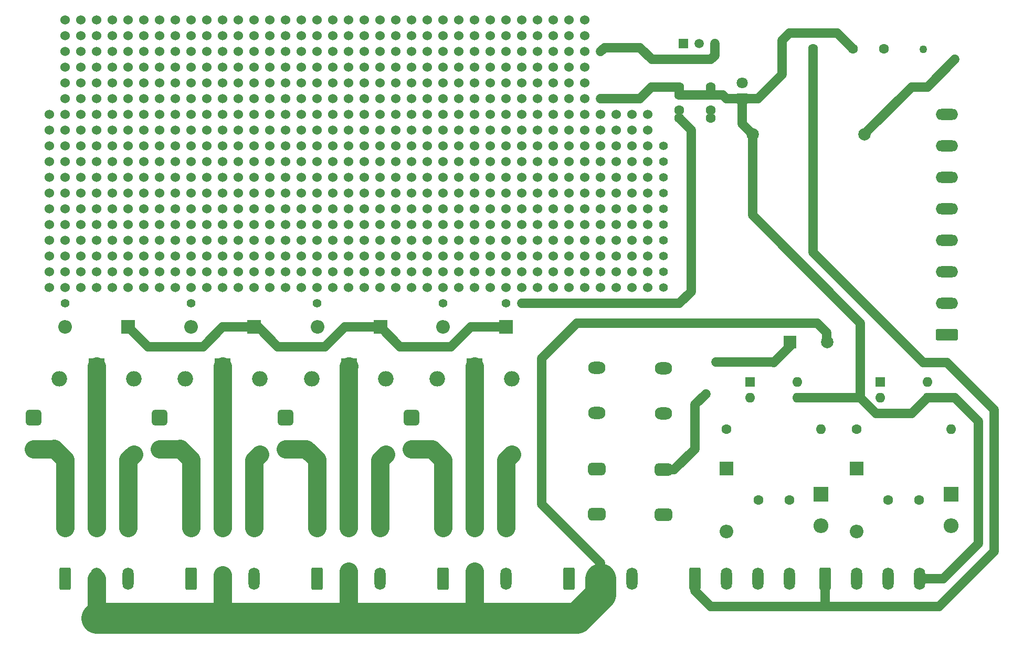
<source format=gtl>
G04 #@! TF.GenerationSoftware,KiCad,Pcbnew,9.0.2-9.0.2-0~ubuntu24.04.1*
G04 #@! TF.CreationDate,2025-08-24T21:10:56+02:00*
G04 #@! TF.ProjectId,unister,756e6973-7465-4722-9e6b-696361645f70,rev?*
G04 #@! TF.SameCoordinates,Original*
G04 #@! TF.FileFunction,Copper,L1,Top*
G04 #@! TF.FilePolarity,Positive*
%FSLAX46Y46*%
G04 Gerber Fmt 4.6, Leading zero omitted, Abs format (unit mm)*
G04 Created by KiCad (PCBNEW 9.0.2-9.0.2-0~ubuntu24.04.1) date 2025-08-24 21:10:56*
%MOMM*%
%LPD*%
G01*
G04 APERTURE LIST*
G04 Aperture macros list*
%AMRoundRect*
0 Rectangle with rounded corners*
0 $1 Rounding radius*
0 $2 $3 $4 $5 $6 $7 $8 $9 X,Y pos of 4 corners*
0 Add a 4 corners polygon primitive as box body*
4,1,4,$2,$3,$4,$5,$6,$7,$8,$9,$2,$3,0*
0 Add four circle primitives for the rounded corners*
1,1,$1+$1,$2,$3*
1,1,$1+$1,$4,$5*
1,1,$1+$1,$6,$7*
1,1,$1+$1,$8,$9*
0 Add four rect primitives between the rounded corners*
20,1,$1+$1,$2,$3,$4,$5,0*
20,1,$1+$1,$4,$5,$6,$7,0*
20,1,$1+$1,$6,$7,$8,$9,0*
20,1,$1+$1,$8,$9,$2,$3,0*%
G04 Aperture macros list end*
G04 #@! TA.AperFunction,ComponentPad*
%ADD10C,1.600000*%
G04 #@! TD*
G04 #@! TA.AperFunction,ComponentPad*
%ADD11O,1.600000X1.600000*%
G04 #@! TD*
G04 #@! TA.AperFunction,ComponentPad*
%ADD12C,1.524000*%
G04 #@! TD*
G04 #@! TA.AperFunction,ComponentPad*
%ADD13R,2.200000X2.200000*%
G04 #@! TD*
G04 #@! TA.AperFunction,ComponentPad*
%ADD14O,2.200000X2.200000*%
G04 #@! TD*
G04 #@! TA.AperFunction,ComponentPad*
%ADD15C,1.270000*%
G04 #@! TD*
G04 #@! TA.AperFunction,ComponentPad*
%ADD16C,1.400000*%
G04 #@! TD*
G04 #@! TA.AperFunction,ComponentPad*
%ADD17RoundRect,0.250000X1.550000X-0.650000X1.550000X0.650000X-1.550000X0.650000X-1.550000X-0.650000X0*%
G04 #@! TD*
G04 #@! TA.AperFunction,ComponentPad*
%ADD18O,3.600000X1.800000*%
G04 #@! TD*
G04 #@! TA.AperFunction,ComponentPad*
%ADD19RoundRect,0.250000X-0.650000X-1.550000X0.650000X-1.550000X0.650000X1.550000X-0.650000X1.550000X0*%
G04 #@! TD*
G04 #@! TA.AperFunction,ComponentPad*
%ADD20O,1.800000X3.600000*%
G04 #@! TD*
G04 #@! TA.AperFunction,ComponentPad*
%ADD21R,1.500000X1.500000*%
G04 #@! TD*
G04 #@! TA.AperFunction,ComponentPad*
%ADD22C,1.500000*%
G04 #@! TD*
G04 #@! TA.AperFunction,ComponentPad*
%ADD23R,2.500000X2.500000*%
G04 #@! TD*
G04 #@! TA.AperFunction,ComponentPad*
%ADD24O,2.500000X2.500000*%
G04 #@! TD*
G04 #@! TA.AperFunction,ComponentPad*
%ADD25RoundRect,0.500000X0.900000X-0.500000X0.900000X0.500000X-0.900000X0.500000X-0.900000X-0.500000X0*%
G04 #@! TD*
G04 #@! TA.AperFunction,ComponentPad*
%ADD26O,2.800000X2.000000*%
G04 #@! TD*
G04 #@! TA.AperFunction,ComponentPad*
%ADD27R,2.400000X2.400000*%
G04 #@! TD*
G04 #@! TA.AperFunction,ComponentPad*
%ADD28O,2.400000X2.400000*%
G04 #@! TD*
G04 #@! TA.AperFunction,ComponentPad*
%ADD29R,1.800000X1.800000*%
G04 #@! TD*
G04 #@! TA.AperFunction,ComponentPad*
%ADD30C,1.800000*%
G04 #@! TD*
G04 #@! TA.AperFunction,ComponentPad*
%ADD31RoundRect,0.650000X-0.650000X0.650000X-0.650000X-0.650000X0.650000X-0.650000X0.650000X0.650000X0*%
G04 #@! TD*
G04 #@! TA.AperFunction,ComponentPad*
%ADD32C,2.600000*%
G04 #@! TD*
G04 #@! TA.AperFunction,ComponentPad*
%ADD33R,2.000000X2.000000*%
G04 #@! TD*
G04 #@! TA.AperFunction,ComponentPad*
%ADD34C,2.000000*%
G04 #@! TD*
G04 #@! TA.AperFunction,ComponentPad*
%ADD35R,1.600000X1.600000*%
G04 #@! TD*
G04 #@! TA.AperFunction,Conductor*
%ADD36C,1.500000*%
G04 #@! TD*
G04 #@! TA.AperFunction,Conductor*
%ADD37C,3.000000*%
G04 #@! TD*
G04 #@! TA.AperFunction,Conductor*
%ADD38C,5.000000*%
G04 #@! TD*
G04 APERTURE END LIST*
D10*
X198755000Y-111125000D03*
D11*
X213995000Y-111125000D03*
D12*
X68580000Y-65405000D03*
X68580000Y-60325000D03*
D13*
X198755000Y-117475000D03*
D14*
X198755000Y-127635000D03*
D15*
X174460000Y-105420000D03*
X176060000Y-100320000D03*
D16*
X167640000Y-78105000D03*
D12*
X68580000Y-62865000D03*
D13*
X81297500Y-94615000D03*
D14*
X71137500Y-94615000D03*
D13*
X177800000Y-117475000D03*
D14*
X177800000Y-127635000D03*
D12*
X68580000Y-67945000D03*
D17*
X213360000Y-95885000D03*
D18*
X213360000Y-90805000D03*
X213360000Y-85725000D03*
X213360000Y-80645000D03*
X213360000Y-75565000D03*
X213360000Y-70485000D03*
X213360000Y-65405000D03*
X213360000Y-60325000D03*
D19*
X152400000Y-135255000D03*
D20*
X157480000Y-135255000D03*
X162560000Y-135255000D03*
D16*
X111760000Y-90805000D03*
D21*
X170815000Y-48895000D03*
D22*
X173355000Y-48895000D03*
X175895000Y-48895000D03*
D10*
X187920000Y-122555000D03*
X182920000Y-122555000D03*
X208835000Y-122555000D03*
X203835000Y-122555000D03*
D12*
X68580000Y-73025000D03*
D16*
X167640000Y-83185000D03*
D23*
X96537500Y-100965000D03*
D24*
X90537500Y-102965000D03*
X90537500Y-115165000D03*
X102537500Y-115165000D03*
X102537500Y-102965000D03*
D25*
X167640000Y-124935000D03*
X167640000Y-117665000D03*
D26*
X167640000Y-108585000D03*
X167640000Y-101315000D03*
D19*
X132088750Y-126365000D03*
D20*
X137168750Y-126365000D03*
X142248750Y-126365000D03*
D16*
X157480000Y-57785000D03*
D19*
X132088750Y-135255000D03*
D20*
X137168750Y-135255000D03*
X142248750Y-135255000D03*
D10*
X203160000Y-49715000D03*
X198160000Y-49715000D03*
D12*
X68580000Y-75565000D03*
D16*
X157480000Y-50165000D03*
D13*
X121955000Y-94615000D03*
D14*
X111795000Y-94615000D03*
D16*
X167640000Y-85725000D03*
D27*
X193040000Y-121585000D03*
D28*
X193040000Y-126665000D03*
D12*
X68580000Y-85725000D03*
D16*
X167640000Y-73025000D03*
D12*
X68580000Y-88265000D03*
D23*
X116875000Y-100965000D03*
D24*
X110875000Y-102965000D03*
X110875000Y-115165000D03*
X122875000Y-115165000D03*
X122875000Y-102965000D03*
D23*
X76200000Y-100965000D03*
D24*
X70200000Y-102965000D03*
X70200000Y-115165000D03*
X82200000Y-115165000D03*
X82200000Y-102965000D03*
D23*
X137160000Y-100965000D03*
D24*
X131160000Y-102965000D03*
X131160000Y-115165000D03*
X143160000Y-115165000D03*
X143160000Y-102965000D03*
D12*
X68580000Y-78105000D03*
D16*
X71120000Y-90805000D03*
D25*
X156845000Y-124840000D03*
X156845000Y-117570000D03*
D26*
X156845000Y-108490000D03*
X156845000Y-101220000D03*
D16*
X167640000Y-80645000D03*
D29*
X180340000Y-57785000D03*
D30*
X180340000Y-55245000D03*
D19*
X91457500Y-126365000D03*
D20*
X96537500Y-126365000D03*
X101617500Y-126365000D03*
D31*
X127000000Y-109220000D03*
D32*
X127000000Y-114300000D03*
D16*
X167640000Y-70485000D03*
X142240000Y-90805000D03*
D19*
X111777500Y-126365000D03*
D20*
X116857500Y-126365000D03*
X121937500Y-126365000D03*
D12*
X68580000Y-83185000D03*
X157480000Y-62865000D03*
X160020000Y-62865000D03*
X162560000Y-62865000D03*
X165100000Y-62865000D03*
X157480000Y-65405000D03*
X160020000Y-65405000D03*
X162560000Y-65405000D03*
X165100000Y-65405000D03*
X157480000Y-67945000D03*
X160020000Y-67945000D03*
X162560000Y-67945000D03*
X165100000Y-67945000D03*
X157480000Y-70485000D03*
X160020000Y-70485000D03*
X162560000Y-70485000D03*
X165100000Y-70485000D03*
X157480000Y-73025000D03*
X160020000Y-73025000D03*
X162560000Y-73025000D03*
X165100000Y-73025000D03*
X157480000Y-75565000D03*
X160020000Y-75565000D03*
X162560000Y-75565000D03*
X165100000Y-75565000D03*
X157480000Y-78105000D03*
X160020000Y-78105000D03*
X162560000Y-78105000D03*
X165100000Y-78105000D03*
X157480000Y-80645000D03*
X160020000Y-80645000D03*
X162560000Y-80645000D03*
X165100000Y-80645000D03*
X157480000Y-83185000D03*
X160020000Y-83185000D03*
X71120000Y-45085000D03*
X162560000Y-83185000D03*
X73660000Y-45085000D03*
X165100000Y-83185000D03*
X76200000Y-45085000D03*
X157480000Y-85725000D03*
X78740000Y-45085000D03*
X160020000Y-85725000D03*
X81280000Y-45085000D03*
X162560000Y-85725000D03*
X83820000Y-45085000D03*
X165100000Y-85725000D03*
X86360000Y-45085000D03*
X157480000Y-88265000D03*
X88900000Y-45085000D03*
X160020000Y-88265000D03*
X91440000Y-45085000D03*
X162560000Y-88265000D03*
X93980000Y-45085000D03*
X165100000Y-88265000D03*
X96520000Y-45085000D03*
X99060000Y-45085000D03*
X101600000Y-45085000D03*
X104140000Y-45085000D03*
X106680000Y-45085000D03*
X109220000Y-45085000D03*
X111760000Y-45085000D03*
X114300000Y-45085000D03*
X116840000Y-45085000D03*
X119380000Y-45085000D03*
X121920000Y-45085000D03*
X124460000Y-45085000D03*
X127000000Y-45085000D03*
X129540000Y-45085000D03*
X132080000Y-45085000D03*
X134620000Y-45085000D03*
X137160000Y-45085000D03*
X139700000Y-45085000D03*
X142240000Y-45085000D03*
X144780000Y-45085000D03*
X147320000Y-45085000D03*
X149860000Y-45085000D03*
X152400000Y-45085000D03*
X154940000Y-45085000D03*
X71120000Y-47625000D03*
X73660000Y-47625000D03*
X76200000Y-47625000D03*
X78740000Y-47625000D03*
X81280000Y-47625000D03*
X83820000Y-47625000D03*
X86360000Y-47625000D03*
X88900000Y-47625000D03*
X91440000Y-47625000D03*
X93980000Y-47625000D03*
X96520000Y-47625000D03*
X99060000Y-47625000D03*
X101600000Y-47625000D03*
X104140000Y-47625000D03*
X106680000Y-47625000D03*
X109220000Y-47625000D03*
X111760000Y-47625000D03*
X114300000Y-47625000D03*
X116840000Y-47625000D03*
X119380000Y-47625000D03*
X121920000Y-47625000D03*
X124460000Y-47625000D03*
X127000000Y-47625000D03*
X129540000Y-47625000D03*
X132080000Y-47625000D03*
X134620000Y-47625000D03*
X137160000Y-47625000D03*
X139700000Y-47625000D03*
X142240000Y-47625000D03*
X144780000Y-47625000D03*
X147320000Y-47625000D03*
X149860000Y-47625000D03*
X152400000Y-47625000D03*
X154940000Y-47625000D03*
X71120000Y-50165000D03*
X73660000Y-50165000D03*
X76200000Y-50165000D03*
X78740000Y-50165000D03*
X81280000Y-50165000D03*
X83820000Y-50165000D03*
X86360000Y-50165000D03*
X88900000Y-50165000D03*
X91440000Y-50165000D03*
X93980000Y-50165000D03*
X96520000Y-50165000D03*
X99060000Y-50165000D03*
X101600000Y-50165000D03*
X104140000Y-50165000D03*
X106680000Y-50165000D03*
X109220000Y-50165000D03*
X111760000Y-50165000D03*
X114300000Y-50165000D03*
X116840000Y-50165000D03*
X119380000Y-50165000D03*
X121920000Y-50165000D03*
X124460000Y-50165000D03*
X127000000Y-50165000D03*
X129540000Y-50165000D03*
X132080000Y-50165000D03*
X134620000Y-50165000D03*
X137160000Y-50165000D03*
X139700000Y-50165000D03*
X142240000Y-50165000D03*
X144780000Y-50165000D03*
X147320000Y-50165000D03*
X149860000Y-50165000D03*
X152400000Y-50165000D03*
X154940000Y-50165000D03*
X71120000Y-52705000D03*
X73660000Y-52705000D03*
X76200000Y-52705000D03*
X78740000Y-52705000D03*
X81280000Y-52705000D03*
X83820000Y-52705000D03*
X86360000Y-52705000D03*
X88900000Y-52705000D03*
X91440000Y-52705000D03*
X93980000Y-52705000D03*
X96520000Y-52705000D03*
X99060000Y-52705000D03*
X101600000Y-52705000D03*
X104140000Y-52705000D03*
X106680000Y-52705000D03*
X109220000Y-52705000D03*
X111760000Y-52705000D03*
X114300000Y-52705000D03*
X116840000Y-52705000D03*
X119380000Y-52705000D03*
X121920000Y-52705000D03*
X124460000Y-52705000D03*
X127000000Y-52705000D03*
X129540000Y-52705000D03*
X132080000Y-52705000D03*
X134620000Y-52705000D03*
X137160000Y-52705000D03*
X139700000Y-52705000D03*
X142240000Y-52705000D03*
X144780000Y-52705000D03*
X147320000Y-52705000D03*
X149860000Y-52705000D03*
X152400000Y-52705000D03*
X154940000Y-52705000D03*
X71120000Y-55245000D03*
X73660000Y-55245000D03*
X76200000Y-55245000D03*
X78740000Y-55245000D03*
X81280000Y-55245000D03*
X83820000Y-55245000D03*
X86360000Y-55245000D03*
X88900000Y-55245000D03*
X91440000Y-55245000D03*
X93980000Y-55245000D03*
X96520000Y-55245000D03*
X99060000Y-55245000D03*
X101600000Y-55245000D03*
X104140000Y-55245000D03*
X106680000Y-55245000D03*
X109220000Y-55245000D03*
X111760000Y-55245000D03*
X114300000Y-55245000D03*
X116840000Y-55245000D03*
X119380000Y-55245000D03*
X121920000Y-55245000D03*
X124460000Y-55245000D03*
X127000000Y-55245000D03*
X129540000Y-55245000D03*
X132080000Y-55245000D03*
X134620000Y-55245000D03*
X137160000Y-55245000D03*
X139700000Y-55245000D03*
X142240000Y-55245000D03*
X144780000Y-55245000D03*
X147320000Y-55245000D03*
X149860000Y-55245000D03*
X152400000Y-55245000D03*
X154940000Y-55245000D03*
X71120000Y-57785000D03*
X73660000Y-57785000D03*
X76200000Y-57785000D03*
X78740000Y-57785000D03*
X81280000Y-57785000D03*
X83820000Y-57785000D03*
X86360000Y-57785000D03*
X88900000Y-57785000D03*
X91440000Y-57785000D03*
X93980000Y-57785000D03*
X96520000Y-57785000D03*
X99060000Y-57785000D03*
X101600000Y-57785000D03*
X104140000Y-57785000D03*
X106680000Y-57785000D03*
X109220000Y-57785000D03*
X111760000Y-57785000D03*
X114300000Y-57785000D03*
X116840000Y-57785000D03*
X119380000Y-57785000D03*
X121920000Y-57785000D03*
X124460000Y-57785000D03*
X127000000Y-57785000D03*
X129540000Y-57785000D03*
X132080000Y-57785000D03*
X134620000Y-57785000D03*
X137160000Y-57785000D03*
X139700000Y-57785000D03*
X142240000Y-57785000D03*
X144780000Y-57785000D03*
X147320000Y-57785000D03*
X149860000Y-57785000D03*
X152400000Y-57785000D03*
X154940000Y-57785000D03*
X71120000Y-60325000D03*
X73660000Y-60325000D03*
X76200000Y-60325000D03*
X78740000Y-60325000D03*
X81280000Y-60325000D03*
X83820000Y-60325000D03*
X86360000Y-60325000D03*
X88900000Y-60325000D03*
X91440000Y-60325000D03*
X93980000Y-60325000D03*
X96520000Y-60325000D03*
X99060000Y-60325000D03*
X101600000Y-60325000D03*
X104140000Y-60325000D03*
X106680000Y-60325000D03*
X109220000Y-60325000D03*
X111760000Y-60325000D03*
X114300000Y-60325000D03*
X116840000Y-60325000D03*
X119380000Y-60325000D03*
X121920000Y-60325000D03*
X124460000Y-60325000D03*
X127000000Y-60325000D03*
X129540000Y-60325000D03*
X132080000Y-60325000D03*
X134620000Y-60325000D03*
X137160000Y-60325000D03*
X139700000Y-60325000D03*
X142240000Y-60325000D03*
X144780000Y-60325000D03*
X147320000Y-60325000D03*
X149860000Y-60325000D03*
X152400000Y-60325000D03*
X154940000Y-60325000D03*
X71120000Y-62865000D03*
X73660000Y-62865000D03*
X76200000Y-62865000D03*
X78740000Y-62865000D03*
X81280000Y-62865000D03*
X83820000Y-62865000D03*
X86360000Y-62865000D03*
X88900000Y-62865000D03*
X91440000Y-62865000D03*
X93980000Y-62865000D03*
X96520000Y-62865000D03*
X99060000Y-62865000D03*
X101600000Y-62865000D03*
X104140000Y-62865000D03*
X106680000Y-62865000D03*
X109220000Y-62865000D03*
X111760000Y-62865000D03*
X114300000Y-62865000D03*
X116840000Y-62865000D03*
X119380000Y-62865000D03*
X121920000Y-62865000D03*
X124460000Y-62865000D03*
X127000000Y-62865000D03*
X129540000Y-62865000D03*
X132080000Y-62865000D03*
X134620000Y-62865000D03*
X137160000Y-62865000D03*
X139700000Y-62865000D03*
X142240000Y-62865000D03*
X144780000Y-62865000D03*
X147320000Y-62865000D03*
X149860000Y-62865000D03*
X152400000Y-62865000D03*
X154940000Y-62865000D03*
X71120000Y-65405000D03*
X73660000Y-65405000D03*
X76200000Y-65405000D03*
X78740000Y-65405000D03*
X81280000Y-65405000D03*
X83820000Y-65405000D03*
X86360000Y-65405000D03*
X88900000Y-65405000D03*
X91440000Y-65405000D03*
X93980000Y-65405000D03*
X96520000Y-65405000D03*
X99060000Y-65405000D03*
X101600000Y-65405000D03*
X104140000Y-65405000D03*
X106680000Y-65405000D03*
X109220000Y-65405000D03*
X111760000Y-65405000D03*
X114300000Y-65405000D03*
X116840000Y-65405000D03*
X119380000Y-65405000D03*
X121920000Y-65405000D03*
X124460000Y-65405000D03*
X127000000Y-65405000D03*
X129540000Y-65405000D03*
X132080000Y-65405000D03*
X134620000Y-65405000D03*
X137160000Y-65405000D03*
X139700000Y-65405000D03*
X142240000Y-65405000D03*
X144780000Y-65405000D03*
X147320000Y-65405000D03*
X149860000Y-65405000D03*
X152400000Y-65405000D03*
X154940000Y-65405000D03*
X71120000Y-67945000D03*
X73660000Y-67945000D03*
X76200000Y-67945000D03*
X78740000Y-67945000D03*
X81280000Y-67945000D03*
X83820000Y-67945000D03*
X86360000Y-67945000D03*
X88900000Y-67945000D03*
X91440000Y-67945000D03*
X93980000Y-67945000D03*
X96520000Y-67945000D03*
X99060000Y-67945000D03*
X101600000Y-67945000D03*
X104140000Y-67945000D03*
X106680000Y-67945000D03*
X109220000Y-67945000D03*
X111760000Y-67945000D03*
X114300000Y-67945000D03*
X116840000Y-67945000D03*
X119380000Y-67945000D03*
X121920000Y-67945000D03*
X124460000Y-67945000D03*
X127000000Y-67945000D03*
X129540000Y-67945000D03*
X132080000Y-67945000D03*
X134620000Y-67945000D03*
X137160000Y-67945000D03*
X139700000Y-67945000D03*
X142240000Y-67945000D03*
X144780000Y-67945000D03*
X147320000Y-67945000D03*
X149860000Y-67945000D03*
X152400000Y-67945000D03*
X154940000Y-67945000D03*
X71120000Y-70485000D03*
X73660000Y-70485000D03*
X76200000Y-70485000D03*
X78740000Y-70485000D03*
X81280000Y-70485000D03*
X83820000Y-70485000D03*
X86360000Y-70485000D03*
X88900000Y-70485000D03*
X91440000Y-70485000D03*
X93980000Y-70485000D03*
X96520000Y-70485000D03*
X99060000Y-70485000D03*
X101600000Y-70485000D03*
X104140000Y-70485000D03*
X106680000Y-70485000D03*
X109220000Y-70485000D03*
X111760000Y-70485000D03*
X114300000Y-70485000D03*
X116840000Y-70485000D03*
X119380000Y-70485000D03*
X121920000Y-70485000D03*
X124460000Y-70485000D03*
X127000000Y-70485000D03*
X129540000Y-70485000D03*
X132080000Y-70485000D03*
X134620000Y-70485000D03*
X137160000Y-70485000D03*
X139700000Y-70485000D03*
X142240000Y-70485000D03*
X144780000Y-70485000D03*
X147320000Y-70485000D03*
X149860000Y-70485000D03*
X152400000Y-70485000D03*
X154940000Y-70485000D03*
X71120000Y-73025000D03*
X73660000Y-73025000D03*
X76200000Y-73025000D03*
X78740000Y-73025000D03*
X81280000Y-73025000D03*
X83820000Y-73025000D03*
X86360000Y-73025000D03*
X88900000Y-73025000D03*
X91440000Y-73025000D03*
X93980000Y-73025000D03*
X96520000Y-73025000D03*
X99060000Y-73025000D03*
X101600000Y-73025000D03*
X104140000Y-73025000D03*
X106680000Y-73025000D03*
X109220000Y-73025000D03*
X111760000Y-73025000D03*
X114300000Y-73025000D03*
X116840000Y-73025000D03*
X119380000Y-73025000D03*
X121920000Y-73025000D03*
X124460000Y-73025000D03*
X127000000Y-73025000D03*
X129540000Y-73025000D03*
X132080000Y-73025000D03*
X134620000Y-73025000D03*
X137160000Y-73025000D03*
X139700000Y-73025000D03*
X142240000Y-73025000D03*
X144780000Y-73025000D03*
X147320000Y-73025000D03*
X149860000Y-73025000D03*
X152400000Y-73025000D03*
X154940000Y-73025000D03*
X71120000Y-75565000D03*
X73660000Y-75565000D03*
X76200000Y-75565000D03*
X78740000Y-75565000D03*
X81280000Y-75565000D03*
X83820000Y-75565000D03*
X86360000Y-75565000D03*
X88900000Y-75565000D03*
X91440000Y-75565000D03*
X93980000Y-75565000D03*
X96520000Y-75565000D03*
X99060000Y-75565000D03*
X101600000Y-75565000D03*
X104140000Y-75565000D03*
X106680000Y-75565000D03*
X109220000Y-75565000D03*
X111760000Y-75565000D03*
X114300000Y-75565000D03*
X116840000Y-75565000D03*
X119380000Y-75565000D03*
X121920000Y-75565000D03*
X124460000Y-75565000D03*
X127000000Y-75565000D03*
X129540000Y-75565000D03*
X132080000Y-75565000D03*
X134620000Y-75565000D03*
X137160000Y-75565000D03*
X139700000Y-75565000D03*
X142240000Y-75565000D03*
X144780000Y-75565000D03*
X147320000Y-75565000D03*
X149860000Y-75565000D03*
X152400000Y-75565000D03*
X154940000Y-75565000D03*
X71120000Y-78105000D03*
X73660000Y-78105000D03*
X76200000Y-78105000D03*
X78740000Y-78105000D03*
X81280000Y-78105000D03*
X83820000Y-78105000D03*
X86360000Y-78105000D03*
X88900000Y-78105000D03*
X91440000Y-78105000D03*
X93980000Y-78105000D03*
X96520000Y-78105000D03*
X99060000Y-78105000D03*
X101600000Y-78105000D03*
X104140000Y-78105000D03*
X106680000Y-78105000D03*
X109220000Y-78105000D03*
X111760000Y-78105000D03*
X114300000Y-78105000D03*
X116840000Y-78105000D03*
X119380000Y-78105000D03*
X121920000Y-78105000D03*
X124460000Y-78105000D03*
X127000000Y-78105000D03*
X129540000Y-78105000D03*
X132080000Y-78105000D03*
X134620000Y-78105000D03*
X137160000Y-78105000D03*
X139700000Y-78105000D03*
X142240000Y-78105000D03*
X144780000Y-78105000D03*
X147320000Y-78105000D03*
X149860000Y-78105000D03*
X152400000Y-78105000D03*
X154940000Y-78105000D03*
X71120000Y-80645000D03*
X73660000Y-80645000D03*
X76200000Y-80645000D03*
X78740000Y-80645000D03*
X81280000Y-80645000D03*
X83820000Y-80645000D03*
X86360000Y-80645000D03*
X88900000Y-80645000D03*
X91440000Y-80645000D03*
X93980000Y-80645000D03*
X96520000Y-80645000D03*
X99060000Y-80645000D03*
X101600000Y-80645000D03*
X104140000Y-80645000D03*
X106680000Y-80645000D03*
X109220000Y-80645000D03*
X111760000Y-80645000D03*
X114300000Y-80645000D03*
X116840000Y-80645000D03*
X119380000Y-80645000D03*
X121920000Y-80645000D03*
X124460000Y-80645000D03*
X127000000Y-80645000D03*
X129540000Y-80645000D03*
X132080000Y-80645000D03*
X134620000Y-80645000D03*
X137160000Y-80645000D03*
X139700000Y-80645000D03*
X142240000Y-80645000D03*
X144780000Y-80645000D03*
X147320000Y-80645000D03*
X149860000Y-80645000D03*
X152400000Y-80645000D03*
X154940000Y-80645000D03*
X71120000Y-83185000D03*
X73660000Y-83185000D03*
X76200000Y-83185000D03*
X78740000Y-83185000D03*
X81280000Y-83185000D03*
X83820000Y-83185000D03*
X86360000Y-83185000D03*
X88900000Y-83185000D03*
X91440000Y-83185000D03*
X93980000Y-83185000D03*
X96520000Y-83185000D03*
X99060000Y-83185000D03*
X101600000Y-83185000D03*
X104140000Y-83185000D03*
X106680000Y-83185000D03*
X109220000Y-83185000D03*
X111760000Y-83185000D03*
X114300000Y-83185000D03*
X116840000Y-83185000D03*
X119380000Y-83185000D03*
X121920000Y-83185000D03*
X124460000Y-83185000D03*
X127000000Y-83185000D03*
X129540000Y-83185000D03*
X132080000Y-83185000D03*
X134620000Y-83185000D03*
X137160000Y-83185000D03*
X139700000Y-83185000D03*
X142240000Y-83185000D03*
X144780000Y-83185000D03*
X147320000Y-83185000D03*
X149860000Y-83185000D03*
X152400000Y-83185000D03*
X154940000Y-83185000D03*
X71120000Y-85725000D03*
X73660000Y-85725000D03*
X76200000Y-85725000D03*
X78740000Y-85725000D03*
X81280000Y-85725000D03*
X83820000Y-85725000D03*
X86360000Y-85725000D03*
X88900000Y-85725000D03*
X91440000Y-85725000D03*
X93980000Y-85725000D03*
X96520000Y-85725000D03*
X99060000Y-85725000D03*
X101600000Y-85725000D03*
X104140000Y-85725000D03*
X106680000Y-85725000D03*
X109220000Y-85725000D03*
X111760000Y-85725000D03*
X114300000Y-85725000D03*
X116840000Y-85725000D03*
X119380000Y-85725000D03*
X121920000Y-85725000D03*
X124460000Y-85725000D03*
X127000000Y-85725000D03*
X129540000Y-85725000D03*
X132080000Y-85725000D03*
X134620000Y-85725000D03*
X137160000Y-85725000D03*
X139700000Y-85725000D03*
X142240000Y-85725000D03*
X144780000Y-85725000D03*
X147320000Y-85725000D03*
X149860000Y-85725000D03*
X152400000Y-85725000D03*
X154940000Y-85725000D03*
X71120000Y-88265000D03*
X73660000Y-88265000D03*
X76200000Y-88265000D03*
X78740000Y-88265000D03*
X81280000Y-88265000D03*
X83820000Y-88265000D03*
X86360000Y-88265000D03*
X88900000Y-88265000D03*
X91440000Y-88265000D03*
X93980000Y-88265000D03*
X96520000Y-88265000D03*
X99060000Y-88265000D03*
X101600000Y-88265000D03*
X104140000Y-88265000D03*
X106680000Y-88265000D03*
X109220000Y-88265000D03*
X111760000Y-88265000D03*
X114300000Y-88265000D03*
X116840000Y-88265000D03*
X119380000Y-88265000D03*
X121920000Y-88265000D03*
X124460000Y-88265000D03*
X127000000Y-88265000D03*
X129540000Y-88265000D03*
X132080000Y-88265000D03*
X134620000Y-88265000D03*
X137160000Y-88265000D03*
X139700000Y-88265000D03*
X142240000Y-88265000D03*
X144780000Y-88265000D03*
X147320000Y-88265000D03*
X149860000Y-88265000D03*
X152400000Y-88265000D03*
X154940000Y-88265000D03*
X157480000Y-60325000D03*
X160020000Y-60325000D03*
X162560000Y-60325000D03*
X165100000Y-60325000D03*
D19*
X193675000Y-135255000D03*
D20*
X198755000Y-135255000D03*
X203835000Y-135255000D03*
X208915000Y-135255000D03*
D10*
X191770000Y-49715000D03*
X186770000Y-49715000D03*
X170180000Y-60920000D03*
X170180000Y-59670000D03*
X170180000Y-57170000D03*
X170180000Y-55920000D03*
D13*
X142248750Y-94615000D03*
D14*
X132088750Y-94615000D03*
D16*
X132080000Y-90805000D03*
D33*
X188025000Y-97100000D03*
D34*
X194025000Y-97100000D03*
X182025000Y-63500000D03*
X200025000Y-63500000D03*
D12*
X68580000Y-70485000D03*
D16*
X91440000Y-90805000D03*
D31*
X86360000Y-109220000D03*
D32*
X86360000Y-114300000D03*
D35*
X202565000Y-103505000D03*
D11*
X202565000Y-106045000D03*
X210185000Y-106045000D03*
X210185000Y-103505000D03*
D19*
X91457500Y-135255000D03*
D20*
X96537500Y-135255000D03*
X101617500Y-135255000D03*
D19*
X71137500Y-126365000D03*
D20*
X76217500Y-126365000D03*
X81297500Y-126365000D03*
D15*
X214630000Y-51435000D03*
X209530000Y-49835000D03*
D16*
X167640000Y-75565000D03*
D31*
X66040000Y-109220000D03*
D32*
X66040000Y-114300000D03*
D19*
X172720000Y-135255000D03*
D20*
X177800000Y-135255000D03*
X182880000Y-135255000D03*
X187960000Y-135255000D03*
D16*
X167640000Y-88265000D03*
D19*
X71137500Y-135255000D03*
D20*
X76217500Y-135255000D03*
X81297500Y-135255000D03*
D31*
X106697500Y-109220000D03*
D32*
X106697500Y-114300000D03*
D35*
X181620000Y-103500000D03*
D11*
X181620000Y-106040000D03*
X189240000Y-106040000D03*
X189240000Y-103500000D03*
D16*
X144780000Y-90805000D03*
D10*
X175260000Y-60920000D03*
X175260000Y-59670000D03*
X175260000Y-57170000D03*
X175260000Y-55920000D03*
D19*
X111777500Y-135255000D03*
D20*
X116857500Y-135255000D03*
X121937500Y-135255000D03*
D10*
X177800000Y-111125000D03*
D11*
X193040000Y-111125000D03*
D16*
X167640000Y-65405000D03*
X167640000Y-67945000D03*
D12*
X68580000Y-80645000D03*
D13*
X101617500Y-94615000D03*
D14*
X91457500Y-94615000D03*
D27*
X213995000Y-121585000D03*
D28*
X213995000Y-126665000D03*
D36*
X144780000Y-90805000D02*
X170180000Y-90805000D01*
X170180000Y-90805000D02*
X172085000Y-88900000D01*
X172085000Y-88900000D02*
X172085000Y-62825000D01*
X172085000Y-62825000D02*
X170180000Y-60920000D01*
X175260000Y-57170000D02*
X177185000Y-57170000D01*
X163830000Y-57785000D02*
X157480000Y-57785000D01*
X186770000Y-48365000D02*
X187960000Y-47175000D01*
X175260000Y-57170000D02*
X173355000Y-57170000D01*
X177800000Y-57785000D02*
X180340000Y-57785000D01*
X182025000Y-63500000D02*
X182025000Y-76615000D01*
X218440000Y-109855000D02*
X218440000Y-129540000D01*
X165695000Y-55920000D02*
X163830000Y-57785000D01*
X177185000Y-57170000D02*
X177800000Y-57785000D01*
X170180000Y-57170000D02*
X170180000Y-55920000D01*
X180340000Y-57785000D02*
X180340000Y-61815000D01*
X212725000Y-135255000D02*
X208915000Y-135255000D01*
X201930000Y-108585000D02*
X199385000Y-106040000D01*
X199390000Y-106035000D02*
X199385000Y-106040000D01*
X210185000Y-106045000D02*
X214630000Y-106045000D01*
X210185000Y-106045000D02*
X207645000Y-108585000D01*
X173355000Y-57170000D02*
X170180000Y-57170000D01*
X198160000Y-49715000D02*
X195620000Y-47175000D01*
X180340000Y-61815000D02*
X182025000Y-63500000D01*
X175260000Y-57170000D02*
X175260000Y-55920000D01*
X208915000Y-134620000D02*
X208915000Y-135255000D01*
X186770000Y-53895000D02*
X186770000Y-49715000D01*
X207645000Y-108585000D02*
X201930000Y-108585000D01*
X186770000Y-49715000D02*
X186770000Y-48365000D01*
X170180000Y-55920000D02*
X165695000Y-55920000D01*
X187960000Y-47175000D02*
X195620000Y-47175000D01*
X180340000Y-57785000D02*
X182880000Y-57785000D01*
X199385000Y-106040000D02*
X189240000Y-106040000D01*
X218440000Y-129540000D02*
X212725000Y-135255000D01*
X182880000Y-57785000D02*
X186770000Y-53895000D01*
X182025000Y-76615000D02*
X199390000Y-93980000D01*
X214630000Y-106045000D02*
X218440000Y-109855000D01*
X199390000Y-93980000D02*
X199390000Y-106035000D01*
X220980000Y-107950000D02*
X220980000Y-130810000D01*
X175895000Y-48895000D02*
X175895000Y-50800000D01*
X158115000Y-49530000D02*
X157480000Y-50165000D01*
X191770000Y-82550000D02*
X209550000Y-100330000D01*
X191770000Y-49715000D02*
X191770000Y-82550000D01*
X165735000Y-51435000D02*
X163830000Y-49530000D01*
X163830000Y-49530000D02*
X158115000Y-49530000D01*
X220980000Y-130810000D02*
X212090000Y-139700000D01*
X172720000Y-137160000D02*
X175260000Y-139700000D01*
X172720000Y-135255000D02*
X172720000Y-137160000D01*
X193675000Y-139700000D02*
X193675000Y-135255000D01*
X193675000Y-139700000D02*
X175260000Y-139700000D01*
X213360000Y-100330000D02*
X220980000Y-107950000D01*
X212090000Y-139700000D02*
X193675000Y-139700000D01*
X175260000Y-51435000D02*
X165735000Y-51435000D01*
X209550000Y-100330000D02*
X213360000Y-100330000D01*
X175895000Y-50800000D02*
X175260000Y-51435000D01*
X169355000Y-117665000D02*
X167640000Y-117665000D01*
X172720000Y-107160000D02*
X172720000Y-114300000D01*
X174460000Y-105420000D02*
X172720000Y-107160000D01*
X172720000Y-114300000D02*
X169355000Y-117665000D01*
X185420000Y-100330000D02*
X188025000Y-97725000D01*
X188025000Y-97725000D02*
X188025000Y-97100000D01*
X185410000Y-100320000D02*
X185420000Y-100330000D01*
X176060000Y-100320000D02*
X185410000Y-100320000D01*
D37*
X137168750Y-141605000D02*
X137168750Y-134045000D01*
D36*
X147955000Y-123190000D02*
X147955000Y-99695000D01*
D38*
X157480000Y-135255000D02*
X157480000Y-137795000D01*
D36*
X147955000Y-99695000D02*
X153670000Y-93980000D01*
X153670000Y-93980000D02*
X192405000Y-93980000D01*
D37*
X96520000Y-140970000D02*
X96520000Y-135890000D01*
X76217500Y-135255000D02*
X76217500Y-141587500D01*
D36*
X193960000Y-95535000D02*
X193960000Y-97155000D01*
D38*
X142875000Y-141605000D02*
X137168750Y-141605000D01*
D36*
X157480000Y-132715000D02*
X147955000Y-123190000D01*
D38*
X157480000Y-137795000D02*
X153670000Y-141605000D01*
X142875000Y-141605000D02*
X153670000Y-141605000D01*
D37*
X76217500Y-141587500D02*
X76200000Y-141605000D01*
X96520000Y-135890000D02*
X96520000Y-134620000D01*
X116857500Y-135315000D02*
X116857500Y-134045000D01*
D36*
X192405000Y-93980000D02*
X193960000Y-95535000D01*
D38*
X142875000Y-141605000D02*
X76200000Y-141605000D01*
D37*
X116857500Y-140395000D02*
X116857500Y-135315000D01*
D36*
X157480000Y-135255000D02*
X157480000Y-132715000D01*
D37*
X69335000Y-114257500D02*
X69292500Y-114300000D01*
X71137500Y-116060000D02*
X69335000Y-114257500D01*
X71137500Y-126365000D02*
X71137500Y-116060000D01*
X71137500Y-127000000D02*
X71137500Y-126365000D01*
X69292500Y-114300000D02*
X66040000Y-114300000D01*
X76217500Y-100982500D02*
X76200000Y-100965000D01*
X76217500Y-126365000D02*
X76217500Y-100982500D01*
X76217500Y-127000000D02*
X76217500Y-126365000D01*
X81297500Y-126365000D02*
X81297500Y-116067500D01*
X81297500Y-116067500D02*
X82200000Y-115165000D01*
X81297500Y-127000000D02*
X81297500Y-126365000D01*
X91457500Y-126365000D02*
X91457500Y-116060000D01*
X91457500Y-116060000D02*
X89655000Y-114257500D01*
X89655000Y-114257500D02*
X89612500Y-114300000D01*
X91457500Y-127000000D02*
X91457500Y-126365000D01*
X89612500Y-114300000D02*
X86360000Y-114300000D01*
X96537500Y-126365000D02*
X96537500Y-100965000D01*
X96537500Y-126365000D02*
X96537500Y-127000000D01*
X101617500Y-127000000D02*
X101617500Y-126365000D01*
X101617500Y-126365000D02*
X101617500Y-116085000D01*
X101617500Y-116085000D02*
X102537500Y-115165000D01*
X111777500Y-126365000D02*
X111777500Y-127000000D01*
X111777500Y-126365000D02*
X111777500Y-116067500D01*
X110010000Y-114300000D02*
X110875000Y-115165000D01*
X106697500Y-114300000D02*
X110010000Y-114300000D01*
X111777500Y-116067500D02*
X110875000Y-115165000D01*
X116857500Y-100982500D02*
X116875000Y-100965000D01*
X116857500Y-127000000D02*
X116857500Y-126365000D01*
X116857500Y-126365000D02*
X116857500Y-100982500D01*
X121937500Y-126365000D02*
X121937500Y-116102500D01*
X121937500Y-116102500D02*
X122875000Y-115165000D01*
X121937500Y-127000000D02*
X121937500Y-126365000D01*
X132088750Y-116085000D02*
X131168750Y-115165000D01*
X132088750Y-126365000D02*
X132088750Y-116085000D01*
X132088750Y-126991250D02*
X132097500Y-127000000D01*
X131168750Y-115165000D02*
X130303750Y-114300000D01*
X127000000Y-114300000D02*
X130303750Y-114300000D01*
X137168750Y-126365000D02*
X137168750Y-100965000D01*
X137168750Y-126991250D02*
X137168750Y-126365000D01*
X137168750Y-126991250D02*
X137177500Y-127000000D01*
X142248750Y-116085000D02*
X143168750Y-115165000D01*
X142248750Y-126991250D02*
X142248750Y-126365000D01*
X142248750Y-126365000D02*
X142248750Y-116085000D01*
X142248750Y-126991250D02*
X142257500Y-127000000D01*
D36*
X214630000Y-51435000D02*
X210185000Y-55880000D01*
X199960000Y-63555000D02*
X207635000Y-55880000D01*
X210185000Y-55880000D02*
X207635000Y-55880000D01*
X113030000Y-97790000D02*
X116205000Y-94615000D01*
X121955000Y-94615000D02*
X121955000Y-94650000D01*
X96520000Y-94615000D02*
X93345000Y-97790000D01*
X102235000Y-94615000D02*
X105410000Y-97790000D01*
X133350000Y-97790000D02*
X136525000Y-94615000D01*
X101617500Y-94615000D02*
X102235000Y-94615000D01*
X101617500Y-94615000D02*
X96520000Y-94615000D01*
X116205000Y-94615000D02*
X121955000Y-94615000D01*
X121955000Y-94650000D02*
X125095000Y-97790000D01*
X84472500Y-97790000D02*
X81297500Y-94615000D01*
X93345000Y-97790000D02*
X84472500Y-97790000D01*
X125095000Y-97790000D02*
X133350000Y-97790000D01*
X136525000Y-94615000D02*
X142248750Y-94615000D01*
X105410000Y-97790000D02*
X113030000Y-97790000D01*
M02*

</source>
